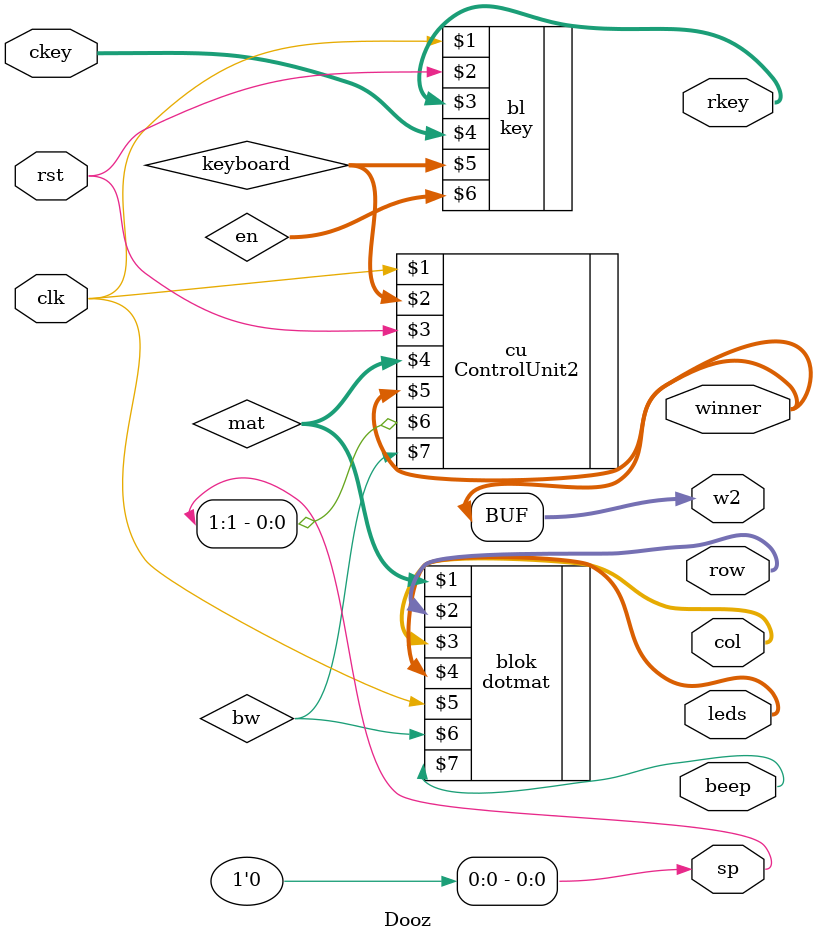
<source format=v>
module Dooz(rst, rkey, ckey, row, col, clk, winner, w2, leds, beep, sp);

input clk, rst;

output [7:0] row, col;
input [3:0] ckey;
output [3:0] rkey;
output [3:0] leds;

output beep;
wire bw;

output [1:0] sp;

output [1:0] winner;
output [1:0] w2;

assign sp[0] = 0;

wire [7:0] en, keyboard;
wire [63:0] mat;

key bl(clk, rst, rkey, ckey, keyboard, en);

ControlUnit2 cu(clk, keyboard, rst, mat, winner, sp[1], bw);

assign w2 = winner;

dotmat blok(mat, row, col, leds, clk, bw, beep);

endmodule

</source>
